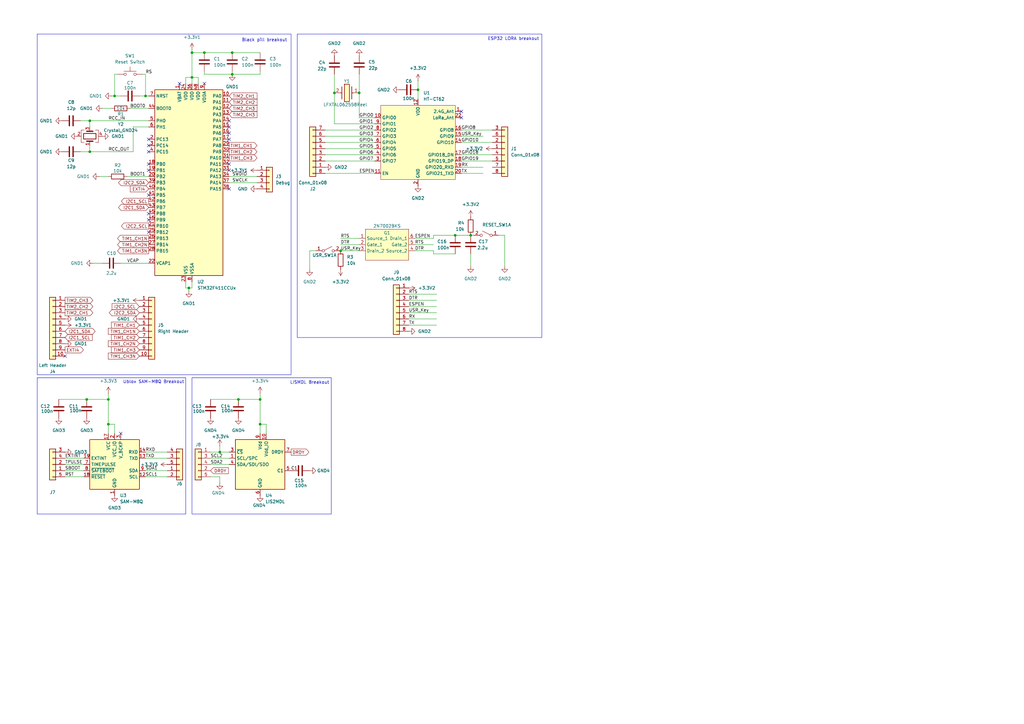
<source format=kicad_sch>
(kicad_sch (version 20231120) (generator "eeschema") (generator_version "8.0")
  (paper "A3")
  (junction (at 95.25 30.48))
  (junction (at 97.79 163.83))
  (junction (at 106.68 163.83))
  (junction (at 139.7 102.87))
  (junction (at 78.74 21.59))
  (junction (at 90.17 185.42))
  (junction (at 186.69 96.52))
  (junction (at 83.82 21.59))
  (junction (at 171.45 36.83))
  (junction (at 137.16 38.1))
  (junction (at 46.99 39.37))
  (junction (at 44.45 173.99))
  (junction (at 78.74 31.75))
  (junction (at 147.32 38.1))
  (junction (at 193.04 96.52))
  (junction (at 36.83 49.53))
  (junction (at 35.56 163.83))
  (junction (at 59.69 39.37))
  (junction (at 77.47 118.11))
  (junction (at 95.25 21.59))
  (junction (at 106.68 173.99))
  (junction (at 36.83 62.23))
  (junction (at 44.45 163.83))
  (no_connect (at 60.96 95.25))
  (no_connect (at 93.98 49.53))
  (no_connect (at 60.96 62.23))
  (no_connect (at 49.53 177.8))
  (no_connect (at 60.96 67.31))
  (no_connect (at 60.96 87.63))
  (no_connect (at 83.82 34.29))
  (no_connect (at 60.96 69.85))
  (no_connect (at 26.67 146.05))
  (no_connect (at 60.96 59.69))
  (no_connect (at 60.96 80.01))
  (no_connect (at 93.98 67.31))
  (no_connect (at 93.98 54.61))
  (no_connect (at 60.96 57.15))
  (no_connect (at 189.23 48.26))
  (no_connect (at 93.98 69.85))
  (no_connect (at 60.96 90.17))
  (no_connect (at 189.23 45.72))
  (no_connect (at 93.98 57.15))
  (no_connect (at 93.98 52.07))
  (no_connect (at 73.66 34.29))
  (no_connect (at 93.98 77.47))
  (wire (pts (xy 93.98 74.93) (xy 105.41 74.93)))
  (wire (pts (xy 167.64 128.27) (xy 179.07 128.27)))
  (wire (pts (xy 133.35 53.34) (xy 153.67 53.34)))
  (wire (pts (xy 90.17 185.42) (xy 93.98 185.42)))
  (wire (pts (xy 106.68 30.48) (xy 106.68 29.21)))
  (wire (pts (xy 78.74 118.11) (xy 77.47 118.11)))
  (wire (pts (xy 106.68 173.99) (xy 106.68 177.8)))
  (wire (pts (xy 81.28 31.75) (xy 81.28 34.29)))
  (wire (pts (xy 78.74 115.57) (xy 78.74 118.11)))
  (wire (pts (xy 153.67 50.8) (xy 137.16 50.8)))
  (wire (pts (xy 139.7 100.33) (xy 147.32 100.33)))
  (wire (pts (xy 49.53 107.95) (xy 60.96 107.95)))
  (wire (pts (xy 129.54 102.87) (xy 127 102.87)))
  (wire (pts (xy 193.04 104.14) (xy 193.04 109.22)))
  (wire (pts (xy 86.36 185.42) (xy 90.17 185.42)))
  (wire (pts (xy 106.68 163.83) (xy 106.68 173.99)))
  (wire (pts (xy 189.23 53.34) (xy 201.93 53.34)))
  (wire (pts (xy 127 102.87) (xy 127 110.49)))
  (wire (pts (xy 45.72 39.37) (xy 46.99 39.37)))
  (wire (pts (xy 204.47 96.52) (xy 207.01 96.52)))
  (wire (pts (xy 133.35 66.04) (xy 153.67 66.04)))
  (wire (pts (xy 57.15 39.37) (xy 59.69 39.37)))
  (wire (pts (xy 86.36 195.58) (xy 90.17 195.58)))
  (wire (pts (xy 33.02 62.23) (xy 36.83 62.23)))
  (wire (pts (xy 54.61 52.07) (xy 54.61 62.23)))
  (wire (pts (xy 133.35 55.88) (xy 153.67 55.88)))
  (wire (pts (xy 106.68 161.29) (xy 106.68 163.83)))
  (wire (pts (xy 167.64 130.81) (xy 179.07 130.81)))
  (wire (pts (xy 133.35 58.42) (xy 153.67 58.42)))
  (wire (pts (xy 95.25 30.48) (xy 106.68 30.48)))
  (wire (pts (xy 137.16 38.1) (xy 137.16 50.8)))
  (wire (pts (xy 147.32 38.1) (xy 147.32 48.26)))
  (wire (pts (xy 139.7 102.87) (xy 147.32 102.87)))
  (wire (pts (xy 90.17 182.88) (xy 90.17 185.42)))
  (wire (pts (xy 26.67 195.58) (xy 34.29 195.58)))
  (wire (pts (xy 97.79 163.83) (xy 106.68 163.83)))
  (wire (pts (xy 36.83 59.69) (xy 36.83 62.23)))
  (wire (pts (xy 167.64 120.65) (xy 179.07 120.65)))
  (wire (pts (xy 189.23 55.88) (xy 198.12 55.88)))
  (wire (pts (xy 44.45 173.99) (xy 44.45 177.8)))
  (wire (pts (xy 36.83 62.23) (xy 54.61 62.23)))
  (wire (pts (xy 207.01 96.52) (xy 207.01 109.22)))
  (wire (pts (xy 86.36 163.83) (xy 97.79 163.83)))
  (wire (pts (xy 53.34 44.45) (xy 60.96 44.45)))
  (wire (pts (xy 46.99 39.37) (xy 49.53 39.37)))
  (wire (pts (xy 189.23 66.04) (xy 201.93 66.04)))
  (wire (pts (xy 36.83 49.53) (xy 60.96 49.53)))
  (wire (pts (xy 177.8 96.52) (xy 186.69 96.52)))
  (wire (pts (xy 78.74 21.59) (xy 83.82 21.59)))
  (wire (pts (xy 189.23 68.58) (xy 198.12 68.58)))
  (wire (pts (xy 59.69 193.04) (xy 68.58 193.04)))
  (wire (pts (xy 95.25 21.59) (xy 106.68 21.59)))
  (wire (pts (xy 59.69 39.37) (xy 60.96 39.37)))
  (wire (pts (xy 186.69 96.52) (xy 193.04 96.52)))
  (wire (pts (xy 189.23 58.42) (xy 201.93 58.42)))
  (wire (pts (xy 59.69 187.96) (xy 68.58 187.96)))
  (wire (pts (xy 109.22 173.99) (xy 109.22 177.8)))
  (wire (pts (xy 133.35 60.96) (xy 153.67 60.96)))
  (wire (pts (xy 167.64 133.35) (xy 179.07 133.35)))
  (wire (pts (xy 24.13 163.83) (xy 35.56 163.83)))
  (wire (pts (xy 26.67 190.5) (xy 34.29 190.5)))
  (wire (pts (xy 133.35 63.5) (xy 153.67 63.5)))
  (wire (pts (xy 38.1 107.95) (xy 41.91 107.95)))
  (wire (pts (xy 78.74 31.75) (xy 76.2 31.75)))
  (wire (pts (xy 177.8 104.14) (xy 186.69 104.14)))
  (wire (pts (xy 90.17 195.58) (xy 90.17 198.12)))
  (wire (pts (xy 76.2 118.11) (xy 77.47 118.11)))
  (wire (pts (xy 33.02 49.53) (xy 36.83 49.53)))
  (wire (pts (xy 46.99 173.99) (xy 46.99 177.8)))
  (wire (pts (xy 40.64 72.39) (xy 44.45 72.39)))
  (wire (pts (xy 46.99 30.48) (xy 46.99 39.37)))
  (wire (pts (xy 76.2 31.75) (xy 76.2 34.29)))
  (wire (pts (xy 48.26 30.48) (xy 46.99 30.48)))
  (wire (pts (xy 139.7 97.79) (xy 147.32 97.79)))
  (wire (pts (xy 167.64 125.73) (xy 179.07 125.73)))
  (wire (pts (xy 26.67 193.04) (xy 34.29 193.04)))
  (wire (pts (xy 78.74 20.32) (xy 78.74 21.59)))
  (wire (pts (xy 189.23 71.12) (xy 198.12 71.12)))
  (wire (pts (xy 171.45 36.83) (xy 171.45 40.64)))
  (wire (pts (xy 59.69 185.42) (xy 68.58 185.42)))
  (wire (pts (xy 147.32 30.48) (xy 147.32 38.1)))
  (wire (pts (xy 86.36 187.96) (xy 93.98 187.96)))
  (wire (pts (xy 44.45 163.83) (xy 44.45 173.99)))
  (wire (pts (xy 41.91 44.45) (xy 45.72 44.45)))
  (wire (pts (xy 106.68 173.99) (xy 109.22 173.99)))
  (wire (pts (xy 44.45 173.99) (xy 46.99 173.99)))
  (wire (pts (xy 78.74 21.59) (xy 78.74 31.75)))
  (wire (pts (xy 133.35 71.12) (xy 153.67 71.12)))
  (wire (pts (xy 177.8 96.52) (xy 177.8 97.79)))
  (wire (pts (xy 194.31 96.52) (xy 193.04 96.52)))
  (wire (pts (xy 60.96 52.07) (xy 54.61 52.07)))
  (wire (pts (xy 36.83 49.53) (xy 36.83 52.07)))
  (wire (pts (xy 35.56 163.83) (xy 44.45 163.83)))
  (wire (pts (xy 189.23 63.5) (xy 201.93 63.5)))
  (wire (pts (xy 171.45 33.02) (xy 171.45 36.83)))
  (wire (pts (xy 167.64 123.19) (xy 179.07 123.19)))
  (wire (pts (xy 78.74 31.75) (xy 81.28 31.75)))
  (wire (pts (xy 95.25 29.21) (xy 95.25 30.48)))
  (wire (pts (xy 44.45 161.29) (xy 44.45 163.83)))
  (wire (pts (xy 59.69 30.48) (xy 58.42 30.48)))
  (wire (pts (xy 170.18 102.87) (xy 177.8 102.87)))
  (wire (pts (xy 26.67 187.96) (xy 34.29 187.96)))
  (wire (pts (xy 170.18 97.79) (xy 177.8 97.79)))
  (wire (pts (xy 77.47 118.11) (xy 77.47 119.38)))
  (wire (pts (xy 83.82 21.59) (xy 95.25 21.59)))
  (wire (pts (xy 59.69 195.58) (xy 68.58 195.58)))
  (wire (pts (xy 59.69 39.37) (xy 59.69 30.48)))
  (wire (pts (xy 170.18 100.33) (xy 177.8 100.33)))
  (wire (pts (xy 52.07 72.39) (xy 60.96 72.39)))
  (wire (pts (xy 76.2 115.57) (xy 76.2 118.11)))
  (wire (pts (xy 177.8 102.87) (xy 177.8 104.14)))
  (wire (pts (xy 137.16 30.48) (xy 137.16 38.1)))
  (wire (pts (xy 83.82 29.21) (xy 83.82 30.48)))
  (wire (pts (xy 78.74 31.75) (xy 78.74 34.29)))
  (wire (pts (xy 93.98 72.39) (xy 105.41 72.39)))
  (wire (pts (xy 83.82 30.48) (xy 95.25 30.48)))
  (wire (pts (xy 153.67 48.26) (xy 147.32 48.26)))
  (wire (pts (xy 86.36 190.5) (xy 93.98 190.5)))
  (rectangle (start 15.24 13.97) (end 119.38 153.67))
  (rectangle (start 15.24 154.94) (end 76.2 210.82))
  (rectangle (start 78.74 154.94) (end 135.89 210.82))
  (rectangle (start 121.92 13.97) (end 222.25 138.43))
  (text "LISMDL Breakout" (at 127 156.972 0) (effects (font (size 1.27 1.27))))
  (text "Ublox SAM-M8Q Breakout" (at 62.992 156.718 0) (effects (font (size 1.27 1.27))))
  (text "ESP32 LORA breakout" (at 210.566 16.002 0) (effects (font (size 1.27 1.27))))
  (text "Black pill breakout" (at 108.458 16.51 0) (effects (font (size 1.27 1.27))))
  (label "SBOOT" (at 26.67 193.04 0))
  (label "VCAP" (at 52.07 107.95 0))
  (label "RTS" (at 167.64 120.65 0))
  (label "GPIO0" (at 147.32 48.26 0))
  (label "RCC_IN" (at 44.45 49.53 0))
  (label "C1" (at 119.38 193.04 0))
  (label "BOOT0" (at 53.34 44.45 0))
  (label "GPIO3" (at 147.32 55.88 0))
  (label "TPULSE" (at 26.67 190.5 0))
  (label "ESPEN" (at 170.18 97.79 0))
  (label "USR_Key" (at 167.64 128.27 0))
  (label "RST" (at 26.67 195.58 0))
  (label "SDA2" (at 86.36 190.5 0))
  (label "GPIO1" (at 147.32 50.8 0))
  (label "GPIO7" (at 147.32 66.04 0))
  (label "GPIO8" (at 189.23 53.34 0))
  (label "DTR" (at 139.7 100.33 0))
  (label "SWDIO" (at 95.25 72.39 0))
  (label "SCL1" (at 59.69 195.58 0))
  (label "EXTINT" (at 26.67 187.96 0))
  (label "GPIO2" (at 147.32 53.34 0))
  (label "DTR" (at 170.18 102.87 0))
  (label "RS" (at 59.69 30.48 0))
  (label "GPIO6" (at 147.32 63.5 0))
  (label "RCC_OUT" (at 44.45 62.23 0))
  (label "TXD" (at 59.69 187.96 0))
  (label "RXD" (at 59.69 185.42 0))
  (label "BOOT1" (at 53.34 72.39 0))
  (label "USR_Key" (at 189.23 55.88 0))
  (label "RX" (at 167.64 130.81 0))
  (label "SCL2" (at 86.36 187.96 0))
  (label "RTS" (at 139.7 97.79 0))
  (label "USR_Key" (at 139.7 102.87 0))
  (label "ESPEN" (at 147.32 71.12 0))
  (label "RX" (at 189.23 68.58 0))
  (label "ESPEN" (at 167.64 125.73 0))
  (label "DTR" (at 167.64 123.19 0))
  (label "TX" (at 189.23 71.12 0))
  (label "GPIO5" (at 147.32 60.96 0))
  (label "GPIO19" (at 189.23 66.04 0))
  (label "TX" (at 167.64 133.35 0))
  (label "SWCLK" (at 95.25 74.93 0))
  (label "SDA1" (at 59.69 193.04 0))
  (label "GPIO18" (at 189.23 63.5 0))
  (label "RTS" (at 170.18 100.33 0))
  (label "GPIO4" (at 147.32 58.42 0))
  (label "GPIO10" (at 189.23 58.42 0))
  (global_label "TIM1_CH1" (shape input) (at 57.15 133.35 180) (property "Intersheetrefs" "${INTERSHEET_REFS}" (effects (hide yes))))
  (global_label "TIM2_CH3" (shape output) (at 26.67 123.19 0) (property "Intersheetrefs" "${INTERSHEET_REFS}" (effects (hide yes))))
  (global_label "TIM2_CH1" (shape output) (at 26.67 128.27 0) (property "Intersheetrefs" "${INTERSHEET_REFS}" (effects (hide yes))))
  (global_label "TIM2_CH3" (shape input) (at 93.98 44.45 0) (property "Intersheetrefs" "${INTERSHEET_REFS}" (effects (hide yes))))
  (global_label "I2C1_SCL" (shape output) (at 60.96 82.55 180) (property "Intersheetrefs" "${INTERSHEET_REFS}" (effects (hide yes))))
  (global_label "I2C2_SDA" (shape bidirectional) (at 60.96 74.93 180) (property "Intersheetrefs" "${INTERSHEET_REFS}" (effects (hide yes))))
  (global_label "I2C1_SDA" (shape bidirectional) (at 26.67 135.89 0) (property "Intersheetrefs" "${INTERSHEET_REFS}" (effects (hide yes))))
  (global_label "TIM2_CH2" (shape output) (at 26.67 125.73 0) (property "Intersheetrefs" "${INTERSHEET_REFS}" (effects (hide yes))))
  (global_label "DRDY" (shape output) (at 119.38 185.42 0) (property "Intersheetrefs" "${INTERSHEET_REFS}" (effects (hide yes))))
  (global_label "I2C1_SCL" (shape input) (at 26.67 138.43 0) (property "Intersheetrefs" "${INTERSHEET_REFS}" (effects (hide yes))))
  (global_label "TIM1_CH2N" (shape output) (at 60.96 100.33 180) (property "Intersheetrefs" "${INTERSHEET_REFS}" (effects (hide yes))))
  (global_label "TIM1_CH3" (shape input) (at 57.15 143.51 180) (property "Intersheetrefs" "${INTERSHEET_REFS}" (effects (hide yes))))
  (global_label "TIM1_CH1" (shape output) (at 93.98 59.69 0) (property "Intersheetrefs" "${INTERSHEET_REFS}" (effects (hide yes))))
  (global_label "EXTI4" (shape input) (at 60.96 77.47 180) (property "Intersheetrefs" "${INTERSHEET_REFS}" (effects (hide yes))))
  (global_label "TIM1_CH3" (shape output) (at 93.98 64.77 0) (property "Intersheetrefs" "${INTERSHEET_REFS}" (effects (hide yes))))
  (global_label "I2C2_SCL" (shape output) (at 60.96 92.71 180) (property "Intersheetrefs" "${INTERSHEET_REFS}" (effects (hide yes))))
  (global_label "TIM1_CH1N" (shape output) (at 60.96 97.79 180) (property "Intersheetrefs" "${INTERSHEET_REFS}" (effects (hide yes))))
  (global_label "I2C2_SCL" (shape input) (at 57.15 125.73 180) (property "Intersheetrefs" "${INTERSHEET_REFS}" (effects (hide yes))))
  (global_label "TIM1_CH2" (shape output) (at 93.98 62.23 0) (property "Intersheetrefs" "${INTERSHEET_REFS}" (effects (hide yes))))
  (global_label "EXTI4" (shape output) (at 26.67 143.51 0) (property "Intersheetrefs" "${INTERSHEET_REFS}" (effects (hide yes))))
  (global_label "TIM1_CH2N" (shape input) (at 57.15 140.97 180) (property "Intersheetrefs" "${INTERSHEET_REFS}" (effects (hide yes))))
  (global_label "TIM1_CH1N" (shape input) (at 57.15 135.89 180) (property "Intersheetrefs" "${INTERSHEET_REFS}" (effects (hide yes))))
  (global_label "TIM1_CH3N" (shape input) (at 57.15 146.05 180) (property "Intersheetrefs" "${INTERSHEET_REFS}" (effects (hide yes))))
  (global_label "TIM2_CH3" (shape input) (at 93.98 46.99 0) (property "Intersheetrefs" "${INTERSHEET_REFS}" (effects (hide yes))))
  (global_label "TIM2_CH1" (shape input) (at 93.98 39.37 0) (property "Intersheetrefs" "${INTERSHEET_REFS}" (effects (hide yes))))
  (global_label "I2C1_SDA" (shape bidirectional) (at 60.96 85.09 180) (property "Intersheetrefs" "${INTERSHEET_REFS}" (effects (hide yes))))
  (global_label "I2C2_SDA" (shape bidirectional) (at 57.15 128.27 180) (property "Intersheetrefs" "${INTERSHEET_REFS}" (effects (hide yes))))
  (global_label "TIM1_CH2" (shape input) (at 57.15 138.43 180) (property "Intersheetrefs" "${INTERSHEET_REFS}" (effects (hide yes))))
  (global_label "DRDY" (shape input) (at 86.36 193.04 0) (property "Intersheetrefs" "${INTERSHEET_REFS}" (effects (hide yes))))
  (global_label "TIM2_CH2" (shape input) (at 93.98 41.91 0) (property "Intersheetrefs" "${INTERSHEET_REFS}" (effects (hide yes))))
  (global_label "TIM1_CH3N" (shape output) (at 60.96 102.87 180) (property "Intersheetrefs" "${INTERSHEET_REFS}" (effects (hide yes))))
  (symbol (lib_id "power:GND") (at 147.32 22.86 180) (unit 1)
    (property "Reference" "#PWR03" (effects (hide yes)))
    (property "Value" "GND2" (at 147.32 17.78 0))
    (property "Description" "Power symbol creates a global label with name \"GND\" , ground" (effects (hide yes)))
  )
  (symbol (lib_id "Device:C") (at 193.04 100.33 0) (mirror x) (unit 1)
    (property "Reference" "C17" (at 200.152 99.06 0) (effects (justify right)))
    (property "Value" "2.2u" (at 200.152 101.6 0) (effects (justify right)))
    (property "Footprint" "Capacitor_THT:CP_Radial_D5.0mm_P2.00mm" (effects (hide yes)))
    (property "Description" "Unpolarized capacitor" (effects (hide yes)))
  )
  (symbol (lib_id "Sensor_Magnetic:LIS2MDL") (at 106.68 190.5 0) (unit 1)
    (property "Reference" "U4" (at 108.8741 203.2 0) (effects (justify left)))
    (property "Value" "LIS2MDL" (at 108.8741 205.74 0) (effects (justify left)))
    (property "Footprint" "Package_LGA:LGA-12_2x2mm_P0.5mm" (effects (hide yes)))
    (property "Datasheet" "https://www.st.com/resource/en/datasheet/lis2mdl.pdf" (effects (hide yes)))
    (property "Description" "Ultra-low-power, 3-axis digital output magnetometer, LGA-12" (effects (hide yes)))
  )
  (symbol (lib_id "power:GND") (at 95.25 30.48 0) (unit 1)
    (property "Reference" "#PWR024" (effects (hide yes)))
    (property "Value" "GND1" (at 95.25 35.56 0))
    (property "Description" "Power symbol creates a global label with name \"GND\" , ground" (effects (hide yes)))
  )
  (symbol (lib_id "power:GND") (at 105.41 77.47 270) (unit 1)
    (property "Reference" "#PWR017" (effects (hide yes)))
    (property "Value" "GND" (at 101.6 77.4699 90) (effects (justify right)))
    (property "Description" "Power symbol creates a global label with name \"GND\" , ground" (effects (hide yes)))
  )
  (symbol (lib_id "power:GND") (at 133.35 68.58 90) (unit 1)
    (property "Reference" "#PWR010" (effects (hide yes)))
    (property "Value" "GND2" (at 137.16 68.5799 90) (effects (justify right)))
    (property "Description" "Power symbol creates a global label with name \"GND\" , ground" (effects (hide yes)))
  )
  (symbol (lib_id "power:+3.3V") (at 26.67 133.35 270) (unit 1)
    (property "Reference" "#PWR023" (effects (hide yes)))
    (property "Value" "+3.3V1" (at 30.48 133.3499 90) (effects (justify left)))
    (property "Description" "Power symbol creates a global label with name \"+3.3V\"" (effects (hide yes)))
  )
  (symbol (lib_id "power:+3.3V") (at 167.64 118.11 270) (unit 1)
    (property "Reference" "#PWR045" (effects (hide yes)))
    (property "Value" "+3.3V2" (at 171.45 118.1099 90) (effects (justify left)))
    (property "Description" "Power symbol creates a global label with name \"+3.3V\"" (effects (hide yes)))
  )
  (symbol (lib_id "Device:C") (at 53.34 39.37 90) (unit 1)
    (property "Reference" "C7" (at 53.34 34.036 90))
    (property "Value" "100n" (at 53.34 36.068 90))
    (property "Footprint" "Capacitor_THT:C_Disc_D5.0mm_W2.5mm_P5.00mm" (effects (hide yes)))
    (property "Description" "Unpolarized capacitor" (effects (hide yes)))
  )
  (symbol (lib_id "Custom:2N7002BKS") (at 158.75 100.33 0) (unit 1)
    (property "Reference" "G1" (at 158.75 95.504 0))
    (property "Value" "2N7002BKS" (at 158.75 92.71 0))
    (property "Footprint" "Package_TO_SOT_SMD:SOT-363_SC-70-6" (effects (hide yes)))
  )
  (symbol (lib_id "Device:R") (at 49.53 44.45 90) (unit 1)
    (property "Reference" "R1" (at 49.53 46.736 90))
    (property "Value" "10k" (at 49.53 44.45 90))
    (property "Footprint" "Resistor_THT:R_Axial_DIN0207_L6.3mm_D2.5mm_P10.16mm_Horizontal" (effects (hide yes)))
    (property "Description" "Resistor" (effects (hide yes)))
  )
  (symbol (lib_id "power:GND") (at 127 110.49 0) (unit 1)
    (property "Reference" "#PWR040" (effects (hide yes)))
    (property "Value" "GND2" (at 127 115.57 0))
    (property "Description" "Power symbol creates a global label with name \"GND\" , ground" (effects (hide yes)))
  )
  (symbol (lib_id "power:GND") (at 90.17 198.12 0) (unit 1)
    (property "Reference" "#PWR038" (effects (hide yes)))
    (property "Value" "GND4" (at 92.202 202.184 0) (effects (justify right)))
    (property "Description" "Power symbol creates a global label with name \"GND\" , ground" (effects (hide yes)))
  )
  (symbol (lib_id "power:GND") (at 127 193.04 90) (unit 1)
    (property "Reference" "#PWR036" (effects (hide yes)))
    (property "Value" "GND4" (at 130.048 193.04 90) (effects (justify right)))
    (property "Description" "Power symbol creates a global label with name \"GND\" , ground" (effects (hide yes)))
  )
  (symbol (lib_name "Conn_01x08_2") (lib_id "Connector_Generic:Conn_01x08") (at 162.56 125.73 0) (mirror y) (unit 1)
    (property "Reference" "J9" (at 162.56 111.76 0))
    (property "Value" "Conn_01x08" (at 162.56 114.3 0))
    (property "Footprint" "Connector_PinHeader_2.54mm:PinHeader_1x08_P2.54mm_Vertical" (effects (hide yes)))
    (property "Description" "Generic connector, single row, 01x08, script generated (kicad-library-utils/schlib/autogen/connector/)" (effects (hide yes)))
  )
  (symbol (lib_id "power:GND") (at 38.1 107.95 270) (unit 1)
    (property "Reference" "#PWR018" (effects (hide yes)))
    (property "Value" "GND1" (at 34.29 107.9499 90) (effects (justify right)))
    (property "Description" "Power symbol creates a global label with name \"GND\" , ground" (effects (hide yes)))
  )
  (symbol (lib_id "power:+3.3V") (at 90.17 182.88 0) (unit 1)
    (property "Reference" "#PWR037" (effects (hide yes)))
    (property "Value" "+3.3V4" (at 90.424 179.07 0))
    (property "Description" "Power symbol creates a global label with name \"+3.3V\"" (effects (hide yes)))
  )
  (symbol (lib_id "power:+3.3V") (at 78.74 20.32 0) (unit 1)
    (property "Reference" "#PWR01" (effects (hide yes)))
    (property "Value" "+3.3V1" (at 78.74 15.24 0))
    (property "Description" "Power symbol creates a global label with name \"+3.3V\"" (effects (hide yes)))
  )
  (symbol (lib_id "Device:C") (at 147.32 26.67 180) (unit 1)
    (property "Reference" "C5" (at 151.13 25.3999 0) (effects (justify right)))
    (property "Value" "22p" (at 151.13 27.9399 0) (effects (justify right)))
    (property "Footprint" "Capacitor_THT:C_Disc_D5.0mm_W2.5mm_P5.00mm" (effects (hide yes)))
    (property "Description" "Unpolarized capacitor" (effects (hide yes)))
  )
  (symbol (lib_id "power:+3.3V") (at 105.41 69.85 90) (unit 1)
    (property "Reference" "#PWR014" (effects (hide yes)))
    (property "Value" "+3.3V1" (at 101.6 69.8499 90) (effects (justify left)))
    (property "Description" "Power symbol creates a global label with name \"+3.3V\"" (effects (hide yes)))
  )
  (symbol (lib_id "Device:C") (at 167.64 36.83 270) (unit 1)
    (property "Reference" "C6" (at 167.64 33.274 90))
    (property "Value" "100n" (at 167.64 40.386 90))
    (property "Footprint" "Capacitor_THT:C_Disc_D5.0mm_W2.5mm_P5.00mm" (effects (hide yes)))
    (property "Description" "Unpolarized capacitor" (effects (hide yes)))
  )
  (symbol (lib_id "Connector_Generic:Conn_01x08") (at 207.01 60.96 0) (unit 1)
    (property "Reference" "J1" (at 209.55 60.9599 0) (effects (justify left)))
    (property "Value" "Conn_01x08" (at 209.55 63.4999 0) (effects (justify left)))
    (property "Footprint" "Connector_PinHeader_2.54mm:PinHeader_1x05_P2.54mm_Vertical" (effects (hide yes)))
    (property "Description" "Generic connector, single row, 01x08, script generated (kicad-library-utils/schlib/autogen/connector/)" (effects (hide yes)))
  )
  (symbol (lib_id "Device:C") (at 29.21 49.53 90) (unit 1)
    (property "Reference" "C8" (at 29.21 41.91 90))
    (property "Value" "12p" (at 29.21 44.45 90))
    (property "Footprint" "Capacitor_SMD:C_0603_1608Metric" (effects (hide yes)))
    (property "Description" "Unpolarized capacitor" (effects (hide yes)))
  )
  (symbol (lib_id "Switch:SW_DPST_x2") (at 199.39 96.52 0) (mirror y) (unit 1)
    (property "Reference" "RESET_SW1" (at 203.708 92.202 0))
    (property "Value" "RESET_SW" (effects (hide yes)))
    (property "Footprint" "Button_Switch_THT:SW_PUSH_6mm_H4.3mm" (effects (hide yes)))
    (property "Description" "Single Pole Single Throw (SPST) switch, separate symbol" (effects (hide yes)))
  )
  (symbol (lib_id "power:GND") (at 207.01 109.22 0) (mirror y) (unit 1)
    (property "Reference" "#PWR043" (effects (hide yes)))
    (property "Value" "GND2" (at 207.01 114.3 0))
    (property "Description" "Power symbol creates a global label with name \"GND\" , ground" (effects (hide yes)))
  )
  (symbol (lib_id "power:GND") (at 106.68 203.2 0) (unit 1)
    (property "Reference" "#PWR035" (effects (hide yes)))
    (property "Value" "GND4" (at 108.966 207.264 0) (effects (justify right)))
    (property "Description" "Power symbol creates a global label with name \"GND\" , ground" (effects (hide yes)))
  )
  (symbol (lib_name "Conn_01x05_1") (lib_id "Connector_Generic:Conn_01x05") (at 73.66 190.5 0) (unit 1)
    (property "Reference" "J6" (at 72.39 198.374 0) (effects (justify left)))
    (property "Value" "Conn_01x05" (effects (hide yes)))
    (property "Footprint" "Connector_PinHeader_2.54mm:PinHeader_1x05_P2.54mm_Vertical" (effects (hide yes)))
    (property "Description" "Generic connector, single row, 01x05, script generated (kicad-library-utils/schlib/autogen/connector/)" (effects (hide yes)))
  )
  (symbol (lib_id "power:GND") (at 45.72 39.37 270) (unit 1)
    (property "Reference" "#PWR06" (effects (hide yes)))
    (property "Value" "GND1" (at 41.91 39.3699 90) (effects (justify right)))
    (property "Description" "Power symbol creates a global label with name \"GND\" , ground" (effects (hide yes)))
  )
  (symbol (lib_id "power:GND") (at 26.67 140.97 90) (unit 1)
    (property "Reference" "#PWR025" (effects (hide yes)))
    (property "Value" "GND1" (at 30.48 140.9699 90) (effects (justify right)))
    (property "Description" "Power symbol creates a global label with name \"GND\" , ground" (effects (hide yes)))
  )
  (symbol (lib_id "Device:C") (at 106.68 25.4 0) (unit 1)
    (property "Reference" "C3" (at 110.49 24.1299 0) (effects (justify left)))
    (property "Value" "100n" (at 110.49 26.6699 0) (effects (justify left)))
    (property "Footprint" "Capacitor_THT:C_Disc_D5.0mm_W2.5mm_P5.00mm" (effects (hide yes)))
    (property "Description" "Unpolarized capacitor" (effects (hide yes)))
  )
  (symbol (lib_id "Device:C") (at 24.13 167.64 0) (unit 1)
    (property "Reference" "C12" (at 18.542 166.624 0))
    (property "Value" "100n" (at 19.304 168.656 0))
    (property "Footprint" "Capacitor_THT:C_Disc_D5.0mm_W2.5mm_P5.00mm" (effects (hide yes)))
    (property "Description" "Unpolarized capacitor" (effects (hide yes)))
  )
  (symbol (lib_id "power:GND") (at 97.79 171.45 0) (unit 1)
    (property "Reference" "#PWR034" (effects (hide yes)))
    (property "Value" "GND4" (at 97.79 176.53 0))
    (property "Description" "Power symbol creates a global label with name \"GND\" , ground" (effects (hide yes)))
  )
  (symbol (lib_id "power:GND") (at 171.45 76.2 0) (unit 1)
    (property "Reference" "#PWR016" (effects (hide yes)))
    (property "Value" "GND2" (at 171.45 81.28 0))
    (property "Description" "Power symbol creates a global label with name \"GND\" , ground" (effects (hide yes)))
  )
  (symbol (lib_id "Device:C") (at 83.82 25.4 0) (unit 1)
    (property "Reference" "C1" (at 87.63 24.1299 0) (effects (justify left)))
    (property "Value" "100n" (at 87.63 26.6699 0) (effects (justify left)))
    (property "Footprint" "Capacitor_THT:C_Disc_D5.0mm_W2.5mm_P5.00mm" (effects (hide yes)))
    (property "Description" "Unpolarized capacitor" (effects (hide yes)))
  )
  (symbol (lib_id "power:+3.3V") (at 201.93 60.96 90) (unit 1)
    (property "Reference" "#PWR08" (effects (hide yes)))
    (property "Value" "+3.3V2" (at 198.12 60.9599 90) (effects (justify left)))
    (property "Description" "Power symbol creates a global label with name \"+3.3V\"" (effects (hide yes)))
  )
  (symbol (lib_id "power:GND") (at 31.75 55.88 270) (unit 1)
    (property "Reference" "#PWR011" (effects (hide yes)))
    (property "Value" "GND1" (at 27.94 55.8799 90) (effects (justify right)))
    (property "Description" "Power symbol creates a global label with name \"GND\" , ground" (effects (hide yes)))
  )
  (symbol (lib_id "Connector_Generic:Conn_01x05") (at 21.59 190.5 0) (mirror y) (unit 1)
    (property "Reference" "J7" (at 21.59 201.93 0))
    (property "Value" "Conn_01x05" (effects (hide yes)))
    (property "Footprint" "Connector_PinHeader_2.54mm:PinHeader_1x05_P2.54mm_Vertical" (effects (hide yes)))
    (property "Description" "Generic connector, single row, 01x05, script generated (kicad-library-utils/schlib/autogen/connector/)" (effects (hide yes)))
  )
  (symbol (lib_name "Conn_01x08_1") (lib_id "Connector_Generic:Conn_01x08") (at 128.27 60.96 0) (mirror y) (unit 1)
    (property "Reference" "J2" (at 128.27 77.47 0))
    (property "Value" "Conn_01x08" (at 128.27 74.93 0))
    (property "Footprint" "Connector_PinHeader_2.54mm:PinHeader_1x08_P2.54mm_Vertical" (effects (hide yes)))
    (property "Description" "Generic connector, single row, 01x08, script generated (kicad-library-utils/schlib/autogen/connector/)" (effects (hide yes)))
  )
  (symbol (lib_id "Switch:SW_Push") (at 53.34 30.48 0) (unit 1) (on_board no)
    (property "Reference" "SW1" (at 53.34 22.86 0))
    (property "Value" "Reset Switch" (at 53.34 25.4 0))
    (property "Footprint" "Button_Switch_THT:SW_PUSH_6mm_H4.3mm" (effects (hide yes)))
    (property "Description" "Push button switch, generic, two pins" (effects (hide yes)))
  )
  (symbol (lib_id "Connector_Generic:Conn_01x04") (at 110.49 72.39 0) (unit 1)
    (property "Reference" "J3" (at 113.03 72.3899 0) (effects (justify left)))
    (property "Value" "Debug" (at 113.03 74.9299 0) (effects (justify left)))
    (property "Footprint" "Connector_PinHeader_2.54mm:PinHeader_1x04_P2.54mm_Vertical" (effects (hide yes)))
    (property "Description" "Generic connector, single row, 01x04, script generated (kicad-library-utils/schlib/autogen/connector/)" (effects (hide yes)))
  )
  (symbol (lib_id "power:GND") (at 24.13 171.45 0) (unit 1)
    (property "Reference" "#PWR028" (effects (hide yes)))
    (property "Value" "GND3" (at 24.13 176.53 0))
    (property "Description" "Power symbol creates a global label with name \"GND\" , ground" (effects (hide yes)))
  )
  (symbol (lib_id "power:GND") (at 193.04 109.22 0) (mirror y) (unit 1)
    (property "Reference" "#PWR041" (effects (hide yes)))
    (property "Value" "GND2" (at 193.04 114.3 0))
    (property "Description" "Power symbol creates a global label with name \"GND\" , ground" (effects (hide yes)))
  )
  (symbol (lib_id "power:+3.3V") (at 193.04 88.9 0) (mirror y) (unit 1)
    (property "Reference" "#PWR042" (effects (hide yes)))
    (property "Value" "+3.3V2" (at 193.04 83.82 0))
    (property "Description" "Power symbol creates a global label with name \"+3.3V\"" (effects (hide yes)))
  )
  (symbol (lib_id "Device:C") (at 123.19 193.04 90) (unit 1)
    (property "Reference" "C15" (at 122.682 197.104 90))
    (property "Value" "100n" (at 123.444 199.136 90))
    (property "Footprint" "Capacitor_THT:C_Disc_D5.0mm_W2.5mm_P5.00mm" (effects (hide yes)))
    (property "Description" "Unpolarized capacitor" (effects (hide yes)))
  )
  (symbol (lib_id "power:GND") (at 25.4 49.53 270) (unit 1)
    (property "Reference" "#PWR09" (effects (hide yes)))
    (property "Value" "GND1" (at 21.59 49.5299 90) (effects (justify right)))
    (property "Description" "Power symbol creates a global label with name \"GND\" , ground" (effects (hide yes)))
  )
  (symbol (lib_id "power:+3.3V") (at 106.68 161.29 0) (unit 1)
    (property "Reference" "#PWR032" (effects (hide yes)))
    (property "Value" "+3.3V4" (at 106.68 156.21 0))
    (property "Description" "Power symbol creates a global label with name \"+3.3V\"" (effects (hide yes)))
  )
  (symbol (lib_id "power:GND") (at 77.47 119.38 0) (unit 1)
    (property "Reference" "#PWR019" (effects (hide yes)))
    (property "Value" "GND1" (at 77.47 124.46 0))
    (property "Description" "Power symbol creates a global label with name \"GND\" , ground" (effects (hide yes)))
  )
  (symbol (lib_id "LFXTAL062558Reel:LFXTAL062558Reel") (at 137.16 38.1 0) (unit 1)
    (property "Reference" "Y1" (at 143.51 33.274 0) (effects (justify right)))
    (property "Value" "LFXTAL062558Reel" (at 150.622 42.926 0) (effects (justify right)))
    (property "Footprint" "LIB_LFXTAL062558Reel:LFXTAL062558Reel" (effects (hide yes)))
    (property "Datasheet" "https://www.iqdfrequencyproducts.com/products/pn/LFXTAL062558Reel.pdf" (effects (hide yes)))
    (property "Description" "Crystals 32.7680kHz 2.0 x 1.2 x 0.6mm" (effects (hide yes)))
    (property "Height" "0.6" (effects (hide yes)))
    (property "Mouser Part Number" "449-LFXTAL062558REEL" (effects (hide yes)))
    (property "Mouser Price/Stock" "https://www.mouser.co.uk/ProductDetail/IQD/LFXTAL062558Reel?qs=nFovR%252B4R4UPP00SQMD0J1g%3D%3D" (effects (hide yes)))
    (property "Manufacturer_Name" "IQD" (effects (hide yes)))
    (property "Manufacturer_Part_Number" "LFXTAL062558Reel" (effects (hide yes)))
  )
  (symbol (lib_id "Device:C") (at 35.56 167.64 0) (unit 1)
    (property "Reference" "C11" (at 30.226 166.624 0))
    (property "Value" "100n" (at 30.988 168.402 0))
    (property "Footprint" "Capacitor_THT:C_Disc_D5.0mm_W2.5mm_P5.00mm" (effects (hide yes)))
    (property "Description" "Unpolarized capacitor" (effects (hide yes)))
  )
  (symbol (lib_id "power:+3.3V") (at 57.15 123.19 90) (unit 1)
    (property "Reference" "#PWR020" (effects (hide yes)))
    (property "Value" "+3.3V1" (at 53.34 123.1899 90) (effects (justify left)))
    (property "Description" "Power symbol creates a global label with name \"+3.3V\"" (effects (hide yes)))
  )
  (symbol (lib_id "power:GND") (at 163.83 36.83 270) (unit 1)
    (property "Reference" "#PWR05" (effects (hide yes)))
    (property "Value" "GND2" (at 160.02 36.8299 90) (effects (justify right)))
    (property "Description" "Power symbol creates a global label with name \"GND\" , ground" (effects (hide yes)))
  )
  (symbol (lib_id "power:GND") (at 26.67 185.42 90) (unit 1)
    (property "Reference" "#PWR031" (effects (hide yes)))
    (property "Value" "GND3" (at 30.48 185.4199 90) (effects (justify right)))
    (property "Description" "Power symbol creates a global label with name \"GND\" , ground" (effects (hide yes)))
  )
  (symbol (lib_id "power:GND") (at 26.67 130.81 90) (unit 1)
    (property "Reference" "#PWR021" (effects (hide yes)))
    (property "Value" "GND1" (at 30.48 130.8099 90) (effects (justify right)))
    (property "Description" "Power symbol creates a global label with name \"GND\" , ground" (effects (hide yes)))
  )
  (symbol (lib_id "Device:C") (at 137.16 26.67 0) (mirror x) (unit 1)
    (property "Reference" "C4" (at 132.08 25.654 0))
    (property "Value" "22p" (at 132.08 28.194 0))
    (property "Footprint" "Capacitor_THT:C_Disc_D5.0mm_W2.5mm_P5.00mm" (effects (hide yes)))
    (property "Description" "Unpolarized capacitor" (effects (hide yes)))
  )
  (symbol (lib_id "power:GND") (at 137.16 22.86 180) (unit 1)
    (property "Reference" "#PWR02" (effects (hide yes)))
    (property "Value" "GND2" (at 137.16 17.78 0))
    (property "Description" "Power symbol creates a global label with name \"GND\" , ground" (effects (hide yes)))
  )
  (symbol (lib_id "power:GND") (at 25.4 62.23 270) (unit 1)
    (property "Reference" "#PWR013" (effects (hide yes)))
    (property "Value" "GND1" (at 21.59 62.2299 90) (effects (justify right)))
    (property "Description" "Power symbol creates a global label with name \"GND\" , ground" (effects (hide yes)))
  )
  (symbol (lib_id "RF_Module:HT-CT62") (at 171.45 58.42 0) (unit 1)
    (property "Reference" "U1" (at 173.6441 38.1 0) (effects (justify left)))
    (property "Value" "HT-CT62" (at 173.6441 40.64 0) (effects (justify left)))
    (property "Footprint" "RF_Module:Heltec_HT-CT62" (effects (hide yes)))
    (property "Datasheet" "https://resource.heltec.cn/download/HT-CT62/HT-CT62(Rev1.1).pdf" (effects (hide yes)))
    (property "Description" "LoRa/LoRaWAN node module with ESP32-C3 and SX1262" (effects (hide yes)))
  )
  (symbol (lib_id "Device:R") (at 193.04 92.71 0) (mirror y) (unit 1)
    (property "Reference" "R4" (at 190.5 91.4399 0) (effects (justify left)))
    (property "Value" "10k" (at 190.5 93.9799 0) (effects (justify left)))
    (property "Footprint" "Resistor_THT:R_Axial_DIN0207_L6.3mm_D2.5mm_P10.16mm_Horizontal" (effects (hide yes)))
    (property "Description" "Resistor" (effects (hide yes)))
  )
  (symbol (lib_id "Device:C") (at 29.21 62.23 90) (unit 1)
    (property "Reference" "C9" (at 29.21 65.786 90))
    (property "Value" "12p" (at 29.21 68.326 90))
    (property "Footprint" "Capacitor_SMD:C_0603_1608Metric" (effects (hide yes)))
    (property "Description" "Unpolarized capacitor" (effects (hide yes)))
  )
  (symbol (lib_id "power:+3.3V") (at 139.7 110.49 180) (unit 1)
    (property "Reference" "#PWR039" (effects (hide yes)))
    (property "Value" "+3.3V2" (at 139.7 115.57 0))
    (property "Description" "Power symbol creates a global label with name \"+3.3V\"" (effects (hide yes)))
  )
  (symbol (lib_id "power:+3.3V") (at 68.58 190.5 90) (unit 1)
    (property "Reference" "#PWR029" (effects (hide yes)))
    (property "Value" "+3.3V3" (at 64.77 190.4999 90) (effects (justify left)))
    (property "Description" "Power symbol creates a global label with name \"+3.3V\"" (effects (hide yes)))
  )
  (symbol (lib_id "RF_GPS:SAM-M8Q") (at 46.99 190.5 0) (unit 1)
    (property "Reference" "U3" (at 49.1841 203.2 0) (effects (justify left)))
    (property "Value" "SAM-M8Q" (at 49.1841 205.74 0) (effects (justify left)))
    (property "Footprint" "RF_GPS:ublox_SAM-M8Q" (effects (hide yes)))
    (property "Datasheet" "https://www.u-blox.com/sites/default/files/SAM-M8Q_DataSheet_%28UBX-16012619%29.pdf" (effects (hide yes)))
    (property "Description" "GPS ublox M8 variant" (effects (hide yes)))
  )
  (symbol (lib_id "Device:R") (at 48.26 72.39 90) (unit 1)
    (property "Reference" "R2" (at 48.26 67.818 90))
    (property "Value" "10k" (at 48.26 70.104 90))
    (property "Footprint" "Resistor_THT:R_Axial_DIN0207_L6.3mm_D2.5mm_P10.16mm_Horizontal" (effects (hide yes)))
    (property "Description" "Resistor" (effects (hide yes)))
  )
  (symbol (lib_id "Connector_Generic:Conn_01x10") (at 62.23 133.35 0) (unit 1)
    (property "Reference" "J5" (at 64.77 133.3499 0) (effects (justify left)))
    (property "Value" "Right Header" (at 64.77 135.8899 0) (effects (justify left)))
    (property "Footprint" "Connector_PinHeader_2.54mm:PinHeader_1x10_P2.54mm_Vertical" (effects (hide yes)))
    (property "Description" "Generic connector, single row, 01x10, script generated (kicad-library-utils/schlib/autogen/connector/)" (effects (hide yes)))
  )
  (symbol (lib_id "Device:R") (at 139.7 106.68 0) (unit 1)
    (property "Reference" "R3" (at 142.24 105.4099 0) (effects (justify left)))
    (property "Value" "10k" (at 142.24 107.9499 0) (effects (justify left)))
    (property "Footprint" "Resistor_THT:R_Axial_DIN0207_L6.3mm_D2.5mm_P10.16mm_Horizontal" (effects (hide yes)))
    (property "Description" "Resistor" (effects (hide yes)))
  )
  (symbol (lib_id "Device:C") (at 97.79 167.64 0) (unit 1)
    (property "Reference" "C14" (at 92.456 166.624 0))
    (property "Value" "100n" (at 93.218 168.402 0))
    (property "Footprint" "Capacitor_THT:C_Disc_D5.0mm_W2.5mm_P5.00mm" (effects (hide yes)))
    (property "Description" "Unpolarized capacitor" (effects (hide yes)))
  )
  (symbol (lib_id "power:GND") (at 41.91 55.88 90) (unit 1)
    (property "Reference" "#PWR012" (effects (hide yes)))
    (property "Value" "GND1" (at 45.72 55.8799 90) (effects (justify right)))
    (property "Description" "Power symbol creates a global label with name \"GND\" , ground" (effects (hide yes)))
  )
  (symbol (lib_id "power:+3.3V") (at 171.45 33.02 0) (unit 1)
    (property "Reference" "#PWR04" (effects (hide yes)))
    (property "Value" "+3.3V2" (at 171.45 27.94 0))
    (property "Description" "Power symbol creates a global label with name \"+3.3V\"" (effects (hide yes)))
  )
  (symbol (lib_id "MCU_ST_STM32F4:STM32F411CCUx") (at 76.2 74.93 0) (unit 1)
    (property "Reference" "U2" (at 80.9341 115.57 0) (effects (justify left)))
    (property "Value" "STM32F411CCUx" (at 80.9341 118.11 0) (effects (justify left)))
    (property "Footprint" "Package_DFN_QFN:QFN-48-1EP_7x7mm_P0.5mm_EP5.6x5.6mm" (effects (hide yes)))
    (property "Datasheet" "https://www.st.com/resource/en/datasheet/stm32f411cc.pdf" (effects (hide yes)))
    (property "Description" "STMicroelectronics Arm Cortex-M4 MCU, 256KB flash, 128KB RAM, 100 MHz, 1.7-3.6V, 36 GPIO, UFQFPN48" (effects (hide yes)))
  )
  (symbol (lib_id "Device:C") (at 86.36 167.64 0) (unit 1)
    (property "Reference" "C13" (at 80.772 166.624 0))
    (property "Value" "100n" (at 81.534 168.656 0))
    (property "Footprint" "Capacitor_THT:C_Disc_D5.0mm_W2.5mm_P5.00mm" (effects (hide yes)))
    (property "Description" "Unpolarized capacitor" (effects (hide yes)))
  )
  (symbol (lib_id "power:GND") (at 46.99 203.2 0) (unit 1)
    (property "Reference" "#PWR030" (effects (hide yes)))
    (property "Value" "GND3" (at 46.99 208.28 0))
    (property "Description" "Power symbol creates a global label with name \"GND\" , ground" (effects (hide yes)))
  )
  (symbol (lib_id "power:GND") (at 86.36 171.45 0) (unit 1)
    (property "Reference" "#PWR033" (effects (hide yes)))
    (property "Value" "GND4" (at 86.36 176.53 0))
    (property "Description" "Power symbol creates a global label with name \"GND\" , ground" (effects (hide yes)))
  )
  (symbol (lib_id "power:GND") (at 41.91 44.45 270) (unit 1)
    (property "Reference" "#PWR07" (effects (hide yes)))
    (property "Value" "GND1" (at 38.1 44.4499 90) (effects (justify right)))
    (property "Description" "Power symbol creates a global label with name \"GND\" , ground" (effects (hide yes)))
  )
  (symbol (lib_id "power:GND") (at 167.64 135.89 90) (mirror x) (unit 1)
    (property "Reference" "#PWR044" (effects (hide yes)))
    (property "Value" "GND2" (at 171.45 135.8899 90) (effects (justify right)))
    (property "Description" "Power symbol creates a global label with name \"GND\" , ground" (effects (hide yes)))
  )
  (symbol (lib_id "power:GND") (at 35.56 171.45 0) (unit 1)
    (property "Reference" "#PWR027" (effects (hide yes)))
    (property "Value" "GND3" (at 35.56 176.53 0))
    (property "Description" "Power symbol creates a global label with name \"GND\" , ground" (effects (hide yes)))
  )
  (symbol (lib_id "power:GND") (at 40.64 72.39 270) (unit 1)
    (property "Reference" "#PWR015" (effects (hide yes)))
    (property "Value" "GND1" (at 36.83 72.3899 90) (effects (justify right)))
    (property "Description" "Power symbol creates a global label with name \"GND\" , ground" (effects (hide yes)))
  )
  (symbol (lib_name "Conn_01x05_2") (lib_id "Connector_Generic:Conn_01x05") (at 81.28 190.5 180) (unit 1)
    (property "Reference" "J8" (at 81.28 182.372 0))
    (property "Value" "Conn_01x05" (effects (hide yes)))
    (property "Footprint" "Connector_PinHeader_2.54mm:PinHeader_1x05_P2.54mm_Vertical" (effects (hide yes)))
    (property "Description" "Generic connector, single row, 01x05, script generated (kicad-library-utils/schlib/autogen/connector/)" (effects (hide yes)))
  )
  (symbol (lib_id "Switch:SW_DPST_x2") (at 134.62 102.87 0) (unit 1)
    (property "Reference" "USR_SW1" (at 133.096 104.648 0))
    (property "Value" "RESET_SW" (effects (hide yes)))
    (property "Footprint" "Button_Switch_THT:SW_PUSH_6mm_H4.3mm" (effects (hide yes)))
    (property "Description" "Single Pole Single Throw (SPST) switch, separate symbol" (effects (hide yes)))
  )
  (symbol (lib_id "Device:C") (at 95.25 25.4 0) (unit 1)
    (property "Reference" "C2" (at 99.06 24.1299 0) (effects (justify left)))
    (property "Value" "100n" (at 99.06 26.6699 0) (effects (justify left)))
    (property "Footprint" "Capacitor_THT:C_Disc_D5.0mm_W2.5mm_P5.00mm" (effects (hide yes)))
    (property "Description" "Unpolarized capacitor" (effects (hide yes)))
  )
  (symbol (lib_id "Device:C") (at 186.69 100.33 180) (unit 1)
    (property "Reference" "C16" (at 179.324 99.06 0) (effects (justify right)))
    (property "Value" "100n" (at 179.324 101.6 0) (effects (justify right)))
    (property "Footprint" "Capacitor_THT:C_Disc_D5.0mm_W2.5mm_P5.00mm" (effects (hide yes)))
    (property "Description" "Unpolarized capacitor" (effects (hide yes)))
  )
  (symbol (lib_id "power:GND") (at 57.15 130.81 270) (unit 1)
    (property "Reference" "#PWR022" (effects (hide yes)))
    (property "Value" "GND1" (at 53.34 130.8099 90) (effects (justify right)))
    (property "Description" "Power symbol creates a global label with name \"GND\" , ground" (effects (hide yes)))
  )
  (symbol (lib_id "Connector_Generic:Conn_01x10") (at 21.59 133.35 0) (mirror y) (unit 1)
    (property "Reference" "J4" (at 21.59 152.4 0))
    (property "Value" "Left Header" (at 21.59 149.86 0))
    (property "Footprint" "Connector_PinHeader_2.54mm:PinHeader_1x10_P2.54mm_Vertical" (effects (hide yes)))
    (property "Description" "Generic connector, single row, 01x10, script generated (kicad-library-utils/schlib/autogen/connector/)" (effects (hide yes)))
  )
  (symbol (lib_id "Device:C") (at 45.72 107.95 90) (unit 1)
    (property "Reference" "C10" (at 45.72 103.886 90))
    (property "Value" "2.2u" (at 45.72 112.014 90))
    (property "Footprint" "Capacitor_THT:CP_Radial_D5.0mm_P2.00mm" (effects (hide yes)))
    (property "Description" "Unpolarized capacitor" (effects (hide yes)))
  )
  (symbol (lib_id "power:+3.3V") (at 44.45 161.29 0) (unit 1)
    (property "Reference" "#PWR026" (effects (hide yes)))
    (property "Value" "+3.3V3" (at 44.45 156.21 0))
    (property "Description" "Power symbol creates a global label with name \"+3.3V\"" (effects (hide yes)))
  )
  (symbol (lib_id "Device:Crystal_GND24") (at 36.83 55.88 90) (unit 1)
    (property "Reference" "Y2" (at 49.53 50.9268 90))
    (property "Value" "Crystal_GND24" (at 49.53 53.4668 90))
    (property "Footprint" "Crystal:Crystal_SMD_SeikoEpson_FA128-4Pin_2.0x1.6mm" (effects (hide yes)))
    (property "Datasheet" "https://nl.mouser.com/datasheet/2/137/FA_128_en-931416.pdf" (effects (hide yes)))
    (property "Description" "Four pin crystal, GND on pins 2 and 4" (effects (hide yes)))
  )
)
</source>
